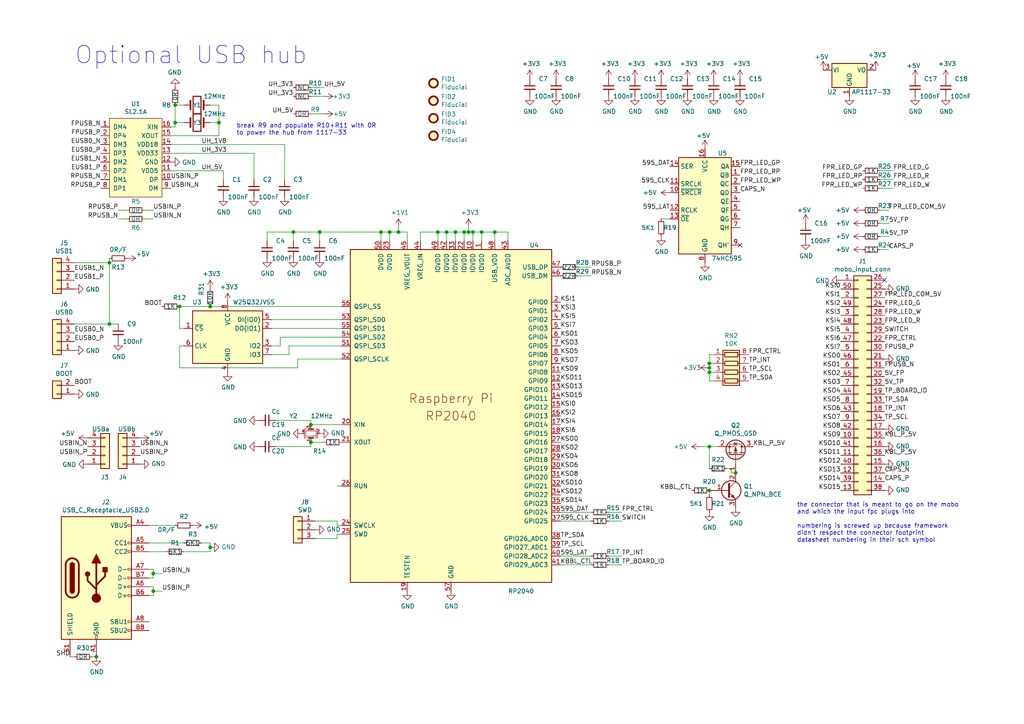
<source format=kicad_sch>
(kicad_sch (version 20211123) (generator eeschema)
  (paper "A4")
  (junction (at 127 67.31))
  (junction (at 60.96 158.75))
  (junction (at 205.74 129.54))
  (junction (at 129.54 67.31))
  (junction (at 205.74 142.24))
  (junction (at 115.57 67.31))
  (junction (at 205.74 105.41))
  (junction (at 139.7 67.31))
  (junction (at 110.49 67.31))
  (junction (at 50.8 35.56))
  (junction (at 90.17 123.19))
  (junction (at 135.89 67.31))
  (junction (at 60.96 88.9))
  (junction (at 31.75 76.2))
  (junction (at 132.08 67.31))
  (junction (at 134.62 67.31))
  (junction (at 85.09 67.31))
  (junction (at 44.45 166.37))
  (junction (at 205.74 107.95))
  (junction (at 27.94 190.5))
  (junction (at 143.51 67.31))
  (junction (at 213.36 137.16))
  (junction (at 44.45 171.45))
  (junction (at 52.07 88.9))
  (junction (at 90.17 128.27))
  (junction (at 137.16 67.31))
  (junction (at 50.8 30.48))
  (junction (at 63.5 35.56))
  (junction (at 92.71 67.31))
  (junction (at 205.74 106.68))
  (junction (at 31.75 93.98))
  (junction (at 113.03 67.31))
  (no_connect (at 256.54 81.28))
  (no_connect (at 214.63 71.12))
  (wire (pts (xy 44.45 63.5) (xy 41.91 63.5)))
  (wire (pts (xy 143.51 67.31) (xy 147.32 67.31)))
  (wire (pts (xy 44.45 172.72) (xy 44.45 171.45)))
  (wire (pts (xy 85.09 69.85) (xy 85.09 67.31)))
  (wire (pts (xy 44.45 170.18) (xy 44.45 171.45)))
  (wire (pts (xy 43.18 157.48) (xy 53.34 157.48)))
  (wire (pts (xy 44.45 167.64) (xy 44.45 166.37)))
  (wire (pts (xy 121.92 69.85) (xy 121.92 67.31)))
  (wire (pts (xy 213.36 137.16) (xy 212.09 137.16)))
  (wire (pts (xy 49.53 39.37) (xy 63.5 39.37)))
  (wire (pts (xy 205.74 129.54) (xy 205.74 135.89)))
  (wire (pts (xy 43.18 160.02) (xy 48.26 160.02)))
  (wire (pts (xy 44.45 166.37) (xy 46.99 166.37)))
  (wire (pts (xy 63.5 35.56) (xy 63.5 30.48)))
  (wire (pts (xy 259.08 49.53) (xy 255.27 49.53)))
  (wire (pts (xy 43.18 170.18) (xy 44.45 170.18)))
  (wire (pts (xy 52.07 106.68) (xy 86.36 106.68)))
  (wire (pts (xy 60.96 35.56) (xy 63.5 35.56)))
  (wire (pts (xy 118.11 67.31) (xy 115.57 67.31)))
  (wire (pts (xy 205.74 105.41) (xy 205.74 106.68)))
  (wire (pts (xy 92.71 67.31) (xy 110.49 67.31)))
  (wire (pts (xy 91.44 151.13) (xy 97.79 151.13)))
  (wire (pts (xy 50.8 35.56) (xy 50.8 30.48)))
  (wire (pts (xy 115.57 67.31) (xy 115.57 66.04)))
  (wire (pts (xy 53.34 160.02) (xy 60.96 160.02)))
  (wire (pts (xy 31.75 93.98) (xy 31.75 76.2)))
  (wire (pts (xy 73.66 44.45) (xy 73.66 52.07)))
  (wire (pts (xy 60.96 88.9) (xy 99.06 88.9)))
  (wire (pts (xy 99.06 100.33) (xy 83.82 100.33)))
  (wire (pts (xy 50.8 36.83) (xy 50.8 35.56)))
  (wire (pts (xy 97.79 151.13) (xy 97.79 152.4)))
  (wire (pts (xy 257.81 72.39) (xy 255.27 72.39)))
  (wire (pts (xy 110.49 67.31) (xy 110.49 69.85)))
  (wire (pts (xy 194.31 63.5) (xy 191.77 63.5)))
  (wire (pts (xy 92.71 69.85) (xy 92.71 67.31)))
  (wire (pts (xy 31.75 93.98) (xy 34.29 93.98)))
  (wire (pts (xy 49.53 41.91) (xy 82.55 41.91)))
  (wire (pts (xy 58.42 157.48) (xy 60.96 157.48)))
  (wire (pts (xy 134.62 69.85) (xy 134.62 67.31)))
  (wire (pts (xy 127 67.31) (xy 129.54 67.31)))
  (wire (pts (xy 255.27 64.77) (xy 257.81 64.77)))
  (wire (pts (xy 90.17 25.4) (xy 93.98 25.4)))
  (wire (pts (xy 90.17 27.94) (xy 93.98 27.94)))
  (wire (pts (xy 81.28 100.33) (xy 81.28 97.79)))
  (wire (pts (xy 52.07 100.33) (xy 52.07 106.68)))
  (wire (pts (xy 129.54 67.31) (xy 132.08 67.31)))
  (wire (pts (xy 205.74 142.24) (xy 205.74 143.51)))
  (wire (pts (xy 86.36 106.68) (xy 86.36 104.14)))
  (wire (pts (xy 83.82 100.33) (xy 83.82 102.87)))
  (wire (pts (xy 86.36 104.14) (xy 99.06 104.14)))
  (wire (pts (xy 255.27 60.96) (xy 257.81 60.96)))
  (wire (pts (xy 207.01 107.95) (xy 205.74 107.95)))
  (wire (pts (xy 212.09 135.89) (xy 212.09 137.16)))
  (wire (pts (xy 205.74 110.49) (xy 207.01 110.49)))
  (wire (pts (xy 205.74 129.54) (xy 203.2 129.54)))
  (wire (pts (xy 162.56 151.13) (xy 171.45 151.13)))
  (wire (pts (xy 132.08 67.31) (xy 134.62 67.31)))
  (wire (pts (xy 41.91 60.96) (xy 44.45 60.96)))
  (wire (pts (xy 53.34 95.25) (xy 52.07 95.25)))
  (wire (pts (xy 93.98 128.27) (xy 90.17 128.27)))
  (wire (pts (xy 78.74 100.33) (xy 81.28 100.33)))
  (wire (pts (xy 205.74 107.95) (xy 205.74 110.49)))
  (wire (pts (xy 90.17 129.54) (xy 90.17 128.27)))
  (wire (pts (xy 113.03 67.31) (xy 110.49 67.31)))
  (wire (pts (xy 127 69.85) (xy 127 67.31)))
  (wire (pts (xy 63.5 39.37) (xy 63.5 35.56)))
  (wire (pts (xy 44.45 171.45) (xy 46.99 171.45)))
  (wire (pts (xy 208.28 129.54) (xy 205.74 129.54)))
  (wire (pts (xy 210.82 135.89) (xy 212.09 135.89)))
  (wire (pts (xy 180.34 161.29) (xy 176.53 161.29)))
  (wire (pts (xy 52.07 95.25) (xy 52.07 88.9)))
  (wire (pts (xy 81.28 97.79) (xy 99.06 97.79)))
  (wire (pts (xy 147.32 67.31) (xy 147.32 69.85)))
  (wire (pts (xy 31.75 76.2) (xy 31.75 74.93)))
  (wire (pts (xy 82.55 41.91) (xy 82.55 52.07)))
  (wire (pts (xy 21.59 76.2) (xy 31.75 76.2)))
  (wire (pts (xy 132.08 69.85) (xy 132.08 67.31)))
  (wire (pts (xy 21.59 93.98) (xy 31.75 93.98)))
  (wire (pts (xy 118.11 69.85) (xy 118.11 67.31)))
  (wire (pts (xy 257.81 68.58) (xy 255.27 68.58)))
  (wire (pts (xy 78.74 92.71) (xy 99.06 92.71)))
  (wire (pts (xy 36.83 60.96) (xy 34.29 60.96)))
  (wire (pts (xy 139.7 67.31) (xy 143.51 67.31)))
  (wire (pts (xy 20.32 190.5) (xy 21.59 190.5)))
  (wire (pts (xy 99.06 140.97) (xy 97.79 140.97)))
  (wire (pts (xy 113.03 69.85) (xy 113.03 67.31)))
  (wire (pts (xy 90.17 123.19) (xy 99.06 123.19)))
  (wire (pts (xy 92.71 67.31) (xy 85.09 67.31)))
  (wire (pts (xy 90.17 121.92) (xy 90.17 123.19)))
  (wire (pts (xy 115.57 67.31) (xy 113.03 67.31)))
  (wire (pts (xy 52.07 88.9) (xy 60.96 88.9)))
  (wire (pts (xy 99.06 154.94) (xy 97.79 154.94)))
  (wire (pts (xy 99.06 95.25) (xy 78.74 95.25)))
  (wire (pts (xy 49.53 44.45) (xy 73.66 44.45)))
  (wire (pts (xy 180.34 151.13) (xy 176.53 151.13)))
  (wire (pts (xy 83.82 102.87) (xy 78.74 102.87)))
  (wire (pts (xy 162.56 161.29) (xy 171.45 161.29)))
  (wire (pts (xy 135.89 67.31) (xy 135.89 66.04)))
  (wire (pts (xy 63.5 30.48) (xy 60.96 30.48)))
  (wire (pts (xy 43.18 172.72) (xy 44.45 172.72)))
  (wire (pts (xy 207.01 105.41) (xy 205.74 105.41)))
  (wire (pts (xy 129.54 69.85) (xy 129.54 67.31)))
  (wire (pts (xy 80.01 129.54) (xy 90.17 129.54)))
  (wire (pts (xy 135.89 67.31) (xy 137.16 67.31)))
  (wire (pts (xy 134.62 67.31) (xy 135.89 67.31)))
  (wire (pts (xy 143.51 69.85) (xy 143.51 67.31)))
  (wire (pts (xy 44.45 165.1) (xy 43.18 165.1)))
  (wire (pts (xy 50.8 152.4) (xy 43.18 152.4)))
  (wire (pts (xy 80.01 121.92) (xy 90.17 121.92)))
  (wire (pts (xy 205.74 102.87) (xy 205.74 105.41)))
  (wire (pts (xy 207.01 102.87) (xy 205.74 102.87)))
  (wire (pts (xy 97.79 152.4) (xy 99.06 152.4)))
  (wire (pts (xy 205.74 106.68) (xy 205.74 107.95)))
  (wire (pts (xy 34.29 63.5) (xy 36.83 63.5)))
  (wire (pts (xy 60.96 160.02) (xy 60.96 158.75)))
  (wire (pts (xy 255.27 52.07) (xy 259.08 52.07)))
  (wire (pts (xy 64.77 49.53) (xy 64.77 52.07)))
  (wire (pts (xy 43.18 167.64) (xy 44.45 167.64)))
  (wire (pts (xy 167.64 80.01) (xy 171.45 80.01)))
  (wire (pts (xy 53.34 35.56) (xy 50.8 35.56)))
  (wire (pts (xy 77.47 67.31) (xy 77.47 69.85)))
  (wire (pts (xy 97.79 156.21) (xy 91.44 156.21)))
  (wire (pts (xy 171.45 148.59) (xy 162.56 148.59)))
  (wire (pts (xy 27.94 190.5) (xy 26.67 190.5)))
  (wire (pts (xy 139.7 69.85) (xy 139.7 67.31)))
  (wire (pts (xy 60.96 157.48) (xy 60.96 158.75)))
  (wire (pts (xy 97.79 154.94) (xy 97.79 156.21)))
  (wire (pts (xy 171.45 77.47) (xy 167.64 77.47)))
  (wire (pts (xy 53.34 100.33) (xy 52.07 100.33)))
  (wire (pts (xy 259.08 54.61) (xy 255.27 54.61)))
  (wire (pts (xy 49.53 49.53) (xy 64.77 49.53)))
  (wire (pts (xy 49.53 36.83) (xy 50.8 36.83)))
  (wire (pts (xy 50.8 30.48) (xy 53.34 30.48)))
  (wire (pts (xy 180.34 148.59) (xy 176.53 148.59)))
  (wire (pts (xy 137.16 69.85) (xy 137.16 67.31)))
  (wire (pts (xy 171.45 163.83) (xy 162.56 163.83)))
  (wire (pts (xy 44.45 166.37) (xy 44.45 165.1)))
  (wire (pts (xy 176.53 163.83) (xy 180.34 163.83)))
  (wire (pts (xy 90.17 33.02) (xy 93.98 33.02)))
  (wire (pts (xy 85.09 67.31) (xy 77.47 67.31)))
  (wire (pts (xy 137.16 67.31) (xy 139.7 67.31)))
  (wire (pts (xy 121.92 67.31) (xy 127 67.31)))
  (text "Optional USB hub" (at 21.59 19.05 0) (effects (font (size 5.0038 5.0038)) (justify left bottom)))
  (text "the connector that is meant to go on the mobo\nand which the input fpc plugs into\n\nnumbering is screwed up because framework\ndidn't respect the connector footprint\ndatasheet numbering in their sch symbol" (at 231.14 157.48 0) (effects (font (size 1.27 1.27)) (justify left bottom)))
  (text "break R9 and populate R10+R11 with 0R\nto power the hub from 1117-33" (at 68.58 39.37 0) (effects (font (size 1.27 1.27)) (justify left bottom)))
  (label "KSI4" (at 162.56 123.19 0))
  (label "KSO8" (at 243.84 124.46 180))
  (label "KSO4" (at 162.56 133.35 0))
  (label "CAPS_N" (at 214.63 55.88 0))
  (label "USBIN_N" (at 46.99 166.37 0))
  (label "TP_INT" (at 180.34 161.29 0))
  (label "KBL_P_5V" (at 256.54 127 0))
  (label "USBIN_N" (at 25.4 129.54 180))
  (label "RPUSB_P" (at 29.21 54.61 180))
  (label "USBIN_P" (at 25.4 132.08 180))
  (label "KSI2" (at 162.56 120.65 0))
  (label "KSO11" (at 162.56 110.49 0))
  (label "KSI7" (at 162.56 95.25 0))
  (label "USBIN_P" (at 44.45 60.96 0))
  (label "595_CLK" (at 162.56 151.13 0))
  (label "TP_SDA" (at 217.17 110.49 0))
  (label "CAPS_P" (at 257.81 72.39 0))
  (label "KSO12" (at 162.56 143.51 0))
  (label "FPUSB_P" (at 256.54 101.6 0))
  (label "TP_BOARD_ID" (at 256.54 114.3 0))
  (label "UH_5V" (at 85.09 33.02 180))
  (label "RPUSB_N" (at 34.29 63.5 180))
  (label "TP_INT" (at 217.17 105.41 0))
  (label "FPR_LED_WP" (at 250.19 54.61 180))
  (label "FPR_LED_G" (at 259.08 49.53 0))
  (label "KSO7" (at 243.84 121.92 180))
  (label "KSO8" (at 162.56 138.43 0))
  (label "UH_3V3" (at 58.42 44.45 0))
  (label "KSO5" (at 243.84 116.84 180))
  (label "KSI4" (at 243.84 93.98 180))
  (label "KSI0" (at 243.84 83.82 180))
  (label "KBBL_CTL" (at 162.56 163.83 0))
  (label "KSO15" (at 243.84 142.24 180))
  (label "EUSB1_P" (at 29.21 49.53 180))
  (label "KSI0" (at 162.56 118.11 0))
  (label "BOOT" (at 21.59 111.76 0))
  (label "595_LAT" (at 162.56 161.29 0))
  (label "FPR_LED_COM_5V" (at 256.54 86.36 0))
  (label "UH_5V" (at 93.98 25.4 0))
  (label "5V_TP" (at 257.81 68.58 0))
  (label "UH_3V3" (at 85.09 25.4 180))
  (label "UH_3V3" (at 85.09 27.94 180))
  (label "FPUSB_N" (at 29.21 36.83 180))
  (label "KSO14" (at 162.56 146.05 0))
  (label "595_CLK" (at 194.31 53.34 180))
  (label "KSO1" (at 162.56 97.79 0))
  (label "FPR_LED_RP" (at 250.19 52.07 180))
  (label "KSI7" (at 243.84 101.6 180))
  (label "SWITCH" (at 256.54 96.52 0))
  (label "KBL_P_5V" (at 256.54 132.08 0))
  (label "KSI5" (at 162.56 92.71 0))
  (label "RPUSB_N" (at 171.45 80.01 0))
  (label "KSO12" (at 243.84 134.62 180))
  (label "TP_SDA" (at 256.54 116.84 0))
  (label "KSO6" (at 243.84 119.38 180))
  (label "5V_FP" (at 257.81 64.77 0))
  (label "FPR_LED_WP" (at 214.63 53.34 0))
  (label "TP_SCL" (at 162.56 158.75 0))
  (label "UH_5V" (at 58.42 49.53 0))
  (label "BOOT" (at 46.99 88.9 180))
  (label "USBIN_P" (at 40.64 132.08 0))
  (label "FPR_LED_R" (at 256.54 93.98 0))
  (label "5V_TP" (at 256.54 111.76 0))
  (label "EUSB0_P" (at 21.59 99.06 0))
  (label "KSO5" (at 162.56 102.87 0))
  (label "FPR_LED_G" (at 256.54 88.9 0))
  (label "KSO3" (at 162.56 100.33 0))
  (label "KSO15" (at 162.56 115.57 0))
  (label "EUSB0_P" (at 29.21 44.45 180))
  (label "595_DAT" (at 162.56 148.59 0))
  (label "KSO11" (at 243.84 132.08 180))
  (label "KSO6" (at 162.56 135.89 0))
  (label "KSI6" (at 243.84 99.06 180))
  (label "KSO2" (at 162.56 130.81 0))
  (label "CAPS_N" (at 256.54 137.16 0))
  (label "SWITCH" (at 180.34 151.13 0))
  (label "KSO9" (at 243.84 127 180))
  (label "FPR_LED_R" (at 259.08 52.07 0))
  (label "EUSB0_N" (at 21.59 96.52 0))
  (label "FPR_LED_W" (at 259.08 54.61 0))
  (label "KBBL_CTL" (at 200.66 142.24 180))
  (label "595_LAT" (at 194.31 60.96 180))
  (label "FPR_CTRL" (at 217.17 102.87 0))
  (label "FPR_LED_GP" (at 214.63 48.26 0))
  (label "KSI3" (at 162.56 90.17 0))
  (label "FPUSB_P" (at 29.21 39.37 180))
  (label "FPR_LED_W" (at 256.54 91.44 0))
  (label "EUSB1_N" (at 29.21 46.99 180))
  (label "TP_SCL" (at 256.54 121.92 0))
  (label "USBIN_P" (at 49.53 52.07 0))
  (label "EUSB1_P" (at 21.59 81.28 0))
  (label "FPUSB_N" (at 256.54 106.68 0))
  (label "KSO0" (at 162.56 128.27 0))
  (label "KSO1" (at 243.84 106.68 180))
  (label "FPR_LED_COM_5V" (at 257.81 60.96 0))
  (label "5V_FP" (at 256.54 109.22 0))
  (label "CAPS_P" (at 256.54 139.7 0))
  (label "FPR_LED_GP" (at 250.19 49.53 180))
  (label "USBIN_P" (at 46.99 171.45 0))
  (label "RPUSB_P" (at 34.29 60.96 180))
  (label "KSI1" (at 162.56 87.63 0))
  (label "595_DAT" (at 194.31 48.26 180))
  (label "USBIN_N" (at 49.53 54.61 0))
  (label "TP_SCL" (at 217.17 107.95 0))
  (label "SHD" (at 20.32 190.5 180))
  (label "KSO3" (at 243.84 111.76 180))
  (label "KSO14" (at 243.84 139.7 180))
  (label "KSI2" (at 243.84 88.9 180))
  (label "KSO2" (at 243.84 109.22 180))
  (label "KSI5" (at 243.84 96.52 180))
  (label "RPUSB_P" (at 171.45 77.47 0))
  (label "UH_1V8" (at 58.42 41.91 0))
  (label "KSI3" (at 243.84 91.44 180))
  (label "KSO13" (at 162.56 113.03 0))
  (label "KSO0" (at 243.84 104.14 180))
  (label "FPR_CTRL" (at 256.54 99.06 0))
  (label "USBIN_N" (at 40.64 129.54 0))
  (label "USBIN_N" (at 44.45 63.5 0))
  (label "TP_BOARD_ID" (at 180.34 163.83 0))
  (label "KSI1" (at 243.84 86.36 180))
  (label "TP_SDA" (at 162.56 156.21 0))
  (label "KSO10" (at 162.56 140.97 0))
  (label "EUSB1_N" (at 21.59 78.74 0))
  (label "KSO10" (at 243.84 129.54 180))
  (label "KSO4" (at 243.84 114.3 180))
  (label "FPR_LED_RP" (at 214.63 50.8 0))
  (label "KSI6" (at 162.56 125.73 0))
  (label "RPUSB_N" (at 29.21 52.07 180))
  (label "TP_INT" (at 256.54 119.38 0))
  (label "FPR_CTRL" (at 180.34 148.59 0))
  (label "EUSB0_N" (at 29.21 41.91 180))
  (label "KBL_P_5V" (at 218.44 129.54 0))
  (label "KSO13" (at 243.84 137.16 180))
  (label "KSO9" (at 162.56 107.95 0))
  (label "KSO7" (at 162.56 105.41 0))
  (symbol (lib_id "power:GND") (at 243.84 81.28 270) (unit 1)
    (property "Reference" "#PWR0101" (effects hide))
    (property "Value" "GND" (at 240.5888 81.407 90) (effects (justify right)))
  )
  (symbol (lib_id "power:GND") (at 256.54 142.24 90) (unit 1)
    (property "Reference" "#PWR0102" (effects hide))
    (property "Value" "GND" (at 259.7912 142.113 90) (effects (justify right)))
  )
  (symbol (lib_id "power:GND") (at 256.54 134.62 90) (unit 1)
    (property "Reference" "#PWR0103" (effects hide))
    (property "Value" "GND" (at 259.7912 134.493 90) (effects (justify right)))
  )
  (symbol (lib_id "power:GND") (at 256.54 129.54 90) (unit 1)
    (property "Reference" "#PWR0104" (effects hide))
    (property "Value" "GND" (at 259.7912 129.413 90) (effects (justify right)))
  )
  (symbol (lib_id "power:GND") (at 256.54 124.46 90) (unit 1)
    (property "Reference" "#PWR0105" (effects hide))
    (property "Value" "GND" (at 259.7912 124.333 90) (effects (justify right)))
  )
  (symbol (lib_id "power:GND") (at 256.54 104.14 90) (unit 1)
    (property "Reference" "#PWR0106" (effects hide))
    (property "Value" "GND" (at 259.7912 104.013 90) (effects (justify right)))
  )
  (symbol (lib_id "power:GND") (at 256.54 83.82 90) (unit 1)
    (property "Reference" "#PWR0107" (effects hide))
    (property "Value" "GND" (at 259.7912 83.693 90) (effects (justify right)))
  )
  (symbol (lib_id "Device:R_Small") (at 252.73 64.77 90) (unit 1)
    (property "Reference" "R7" (at 256.54 63.5 90))
    (property "Value" "0R" (at 252.73 64.77 90))
    (property "Footprint" "Resistor_SMD:R_0603_1608Metric" (effects hide))
  )
  (symbol (lib_id "Device:R_Small") (at 252.73 68.58 270) (mirror x) (unit 1)
    (property "Reference" "R4" (at 256.54 67.31 90))
    (property "Value" "0R" (at 252.73 68.58 90))
    (property "Footprint" "Resistor_SMD:R_0603_1608Metric" (effects hide))
  )
  (symbol (lib_id "sl21a:SL2.1A") (at 39.37 41.91 0) (unit 1)
    (property "Reference" "U1" (at 39.37 30.099 0))
    (property "Value" "SL2.1A" (at 39.37 32.4104 0))
    (property "Footprint" "Package_SO:SO-16_3.9x9.9mm_P1.27mm" (effects hide))
  )
  (symbol (lib_id "Device:C_Small") (at 64.77 54.61 0) (unit 1)
    (property "Reference" "C1" (at 67.31 52.07 0) (effects (justify left)))
    (property "Value" "100nF" (at 66.04 57.15 0) (effects (justify left)))
    (property "Footprint" "Capacitor_SMD:C_0603_1608Metric" (effects hide))
  )
  (symbol (lib_id "Regulator_Linear:AP1117-33") (at 246.38 20.32 0) (unit 1)
    (property "Reference" "U2" (at 241.3 26.67 0))
    (property "Value" "AP1117-33" (at 252.73 26.67 0))
    (property "Footprint" "Package_TO_SOT_SMD:SOT-223-3_TabPin2" (effects hide))
    (property "Datasheet" "http://www.diodes.com/datasheets/AP1117.pdf" (effects hide))
  )
  (symbol (lib_id "power:GND") (at 246.38 27.94 0) (unit 1)
    (property "Reference" "#PWR017" (effects hide))
    (property "Value" "GND" (at 246.507 32.3342 0))
  )
  (symbol (lib_id "power:+3V3") (at 254 20.32 0) (unit 1)
    (property "Reference" "#PWR018" (effects hide))
    (property "Value" "+3V3" (at 254.381 15.9258 0))
  )
  (symbol (lib_id "Connector:USB_C_Receptacle_USB2.0") (at 27.94 167.64 0) (unit 1)
    (property "Reference" "J2" (at 30.6578 145.6182 0))
    (property "Value" "USB_C_Receptacle_USB2.0" (at 30.6578 147.9296 0))
    (property "Footprint" "Connector_USB:USB_C_Receptacle_HRO_TYPE-C-31-M-12" (effects hide))
    (property "Datasheet" "https://www.usb.org/sites/default/files/documents/usb_type-c.zip" (effects hide))
  )
  (symbol (lib_id "Device:C_Small") (at 73.66 54.61 0) (unit 1)
    (property "Reference" "C2" (at 76.2 52.07 0) (effects (justify left)))
    (property "Value" "100nF" (at 74.93 57.15 0) (effects (justify left)))
    (property "Footprint" "Capacitor_SMD:C_0603_1608Metric" (effects hide))
  )
  (symbol (lib_id "power:GND") (at 64.77 57.15 0) (unit 1)
    (property "Reference" "#PWR010" (effects hide))
    (property "Value" "GND" (at 64.897 61.5442 0))
  )
  (symbol (lib_id "power:GND") (at 73.66 57.15 0) (unit 1)
    (property "Reference" "#PWR011" (effects hide))
    (property "Value" "GND" (at 73.787 61.5442 0))
  )
  (symbol (lib_id "Mechanical:Fiducial") (at 125.73 24.13 0) (unit 1)
    (property "Reference" "FID1" (at 127.889 22.9616 0) (effects (justify left)))
    (property "Value" "Fiducial" (at 127.889 25.273 0) (effects (justify left)))
    (property "Footprint" "Fiducial:Fiducial_1mm_Mask2mm" (effects hide))
  )
  (symbol (lib_id "Device:R_Small") (at 55.88 157.48 270) (unit 1)
    (property "Reference" "R3" (at 55.88 154.94 90))
    (property "Value" "5K1" (at 55.88 157.48 90))
    (property "Footprint" "Resistor_SMD:R_0603_1608Metric" (effects hide))
  )
  (symbol (lib_id "Device:C_Small") (at 82.55 54.61 0) (unit 1)
    (property "Reference" "C3" (at 85.09 52.07 0) (effects (justify left)))
    (property "Value" "100nF" (at 83.82 57.15 0) (effects (justify left)))
    (property "Footprint" "Capacitor_SMD:C_0603_1608Metric" (effects hide))
  )
  (symbol (lib_id "power:GND") (at 82.55 57.15 0) (unit 1)
    (property "Reference" "#PWR012" (effects hide))
    (property "Value" "GND" (at 82.677 61.5442 0))
  )
  (symbol (lib_id "Mechanical:Fiducial") (at 125.73 29.21 0) (unit 1)
    (property "Reference" "FID2" (at 127.889 28.0416 0) (effects (justify left)))
    (property "Value" "Fiducial" (at 127.889 30.353 0) (effects (justify left)))
    (property "Footprint" "Fiducial:Fiducial_1mm_Mask2mm" (effects hide))
  )
  (symbol (lib_id "Mechanical:Fiducial") (at 125.73 34.29 0) (unit 1)
    (property "Reference" "FID3" (at 127.889 33.1216 0) (effects (justify left)))
    (property "Value" "Fiducial" (at 127.889 35.433 0) (effects (justify left)))
    (property "Footprint" "Fiducial:Fiducial_1mm_Mask2mm" (effects hide))
  )
  (symbol (lib_id "Mechanical:Fiducial") (at 125.73 39.37 0) (unit 1)
    (property "Reference" "FID4" (at 127.889 38.2016 0) (effects (justify left)))
    (property "Value" "Fiducial" (at 127.889 40.513 0) (effects (justify left)))
    (property "Footprint" "Fiducial:Fiducial_1mm_Mask2mm" (effects hide))
  )
  (symbol (lib_id "power:GND") (at 49.53 46.99 90) (mirror x) (unit 1)
    (property "Reference" "#PWR08" (effects hide))
    (property "Value" "GND" (at 52.7812 47.117 90) (effects (justify right)))
  )
  (symbol (lib_id "Connector_Generic:Conn_01x04") (at 30.48 132.08 0) (mirror x) (unit 1)
    (property "Reference" "J3" (at 29.21 138.43 0) (effects (justify left)))
    (property "Value" "USBa" (at 26.67 124.46 0) (effects (justify left)))
    (property "Footprint" "Connector_PinHeader_2.54mm:PinHeader_1x04_P2.54mm_Vertical" (effects hide))
  )
  (symbol (lib_id "Connector_Generic:Conn_01x04") (at 35.56 132.08 180) (unit 1)
    (property "Reference" "J4" (at 36.83 138.43 0) (effects (justify left)))
    (property "Value" "USBb" (at 39.37 124.46 0) (effects (justify left)))
    (property "Footprint" "Connector_PinHeader_2.54mm:PinHeader_1x04_P2.54mm_Vertical" (effects hide))
  )
  (symbol (lib_id "power:GND") (at 25.4 134.62 270) (unit 1)
    (property "Reference" "#PWR05" (effects hide))
    (property "Value" "GND" (at 22.1488 134.747 90) (effects (justify right)))
  )
  (symbol (lib_id "power:GND") (at 40.64 134.62 90) (unit 1)
    (property "Reference" "#PWR06" (effects hide))
    (property "Value" "GND" (at 43.8912 134.493 90) (effects (justify right)))
  )
  (symbol (lib_id "Device:R_Small") (at 53.34 152.4 270) (unit 1)
    (property "Reference" "R2" (at 53.34 149.86 90))
    (property "Value" "0R/F" (at 48.26 153.67 90))
    (property "Footprint" "Resistor_SMD:R_0805_2012Metric" (effects hide))
  )
  (symbol (lib_id "Device:R_Small") (at 50.8 160.02 270) (unit 1)
    (property "Reference" "R1" (at 50.8 157.48 90))
    (property "Value" "5K1" (at 50.8 160.02 90))
    (property "Footprint" "Resistor_SMD:R_0603_1608Metric" (effects hide))
  )
  (symbol (lib_id "Device:Crystal") (at 57.15 30.48 0) (unit 1)
    (property "Reference" "Y1" (at 57.15 30.48 0))
    (property "Value" "12MHz" (at 62.23 27.94 0))
    (property "Footprint" "Crystal:Crystal_HC49-U_Vertical" (effects hide))
  )
  (symbol (lib_id "Device:R_Small") (at 50.8 27.94 180) (unit 1)
    (property "Reference" "R8" (at 48.26 30.48 0))
    (property "Value" "0R" (at 50.8 27.94 90))
    (property "Footprint" "Resistor_SMD:R_0603_1608Metric" (effects hide))
  )
  (symbol (lib_id "power:GND") (at 60.96 158.75 90) (unit 1)
    (property "Reference" "#PWR03" (effects hide))
    (property "Value" "GND" (at 64.2112 158.623 90) (effects (justify right)))
  )
  (symbol (lib_id "power:GND") (at 50.8 25.4 180) (unit 1)
    (property "Reference" "#PWR09" (effects hide))
    (property "Value" "GND" (at 50.673 21.0058 0))
  )
  (symbol (lib_id "power:+5V") (at 238.76 20.32 0) (unit 1)
    (property "Reference" "#PWR015" (effects hide))
    (property "Value" "+5V" (at 236.22 16.51 0) (effects (justify left)))
  )
  (symbol (lib_id "power:GND") (at 27.94 190.5 0) (unit 1)
    (property "Reference" "#PWR01" (effects hide))
    (property "Value" "GND" (at 28.067 194.8942 0))
  )
  (symbol (lib_id "power:+5V") (at 55.88 152.4 270) (unit 1)
    (property "Reference" "#PWR02" (effects hide))
    (property "Value" "+5V" (at 59.1312 152.781 90) (effects (justify left)))
  )
  (symbol (lib_id "power:+5V") (at 25.4 127 90) (unit 1)
    (property "Reference" "#PWR04" (effects hide))
    (property "Value" "+5V" (at 21.59 125.73 90) (effects (justify left)))
  )
  (symbol (lib_id "power:+5V") (at 40.64 127 270) (unit 1)
    (property "Reference" "#PWR07" (effects hide))
    (property "Value" "+5V" (at 43.18 125.73 90) (effects (justify left)))
  )
  (symbol (lib_id "Device:R_Small") (at 39.37 60.96 90) (mirror x) (unit 1)
    (property "Reference" "R5" (at 39.37 58.42 90))
    (property "Value" "0R" (at 39.37 60.96 90))
    (property "Footprint" "Resistor_SMD:R_0603_1608Metric" (effects hide))
  )
  (symbol (lib_id "Device:R_Small") (at 39.37 63.5 90) (mirror x) (unit 1)
    (property "Reference" "R6" (at 39.37 66.04 90))
    (property "Value" "0R" (at 39.37 63.5 90))
    (property "Footprint" "Resistor_SMD:R_0603_1608Metric" (effects hide))
  )
  (symbol (lib_id "Device:R_Small") (at 60.96 86.36 180) (unit 1)
    (property "Reference" "R31" (at 58.42 83.82 90))
    (property "Value" "10K" (at 60.96 86.36 90))
    (property "Footprint" "Resistor_SMD:R_0603_1608Metric" (effects hide))
  )
  (symbol (lib_id "power:+3V3") (at 60.96 83.82 0) (unit 1)
    (property "Reference" "#PWR0126" (effects hide))
    (property "Value" "+3V3" (at 61.341 79.4258 0))
  )
  (symbol (lib_id "Device:R_Small") (at 87.63 25.4 270) (unit 1)
    (property "Reference" "R10" (at 91.44 24.13 90))
    (property "Value" "NC" (at 87.63 25.4 90))
    (property "Footprint" "Resistor_SMD:R_0603_1608Metric" (effects hide))
  )
  (symbol (lib_id "Device:R_Small") (at 87.63 33.02 270) (unit 1)
    (property "Reference" "R9" (at 91.44 31.75 90))
    (property "Value" "0R" (at 87.63 33.02 90))
    (property "Footprint" "Resistor_SMD:R_0603_1608Metric" (effects hide))
  )
  (symbol (lib_id "power:+5V") (at 93.98 33.02 270) (unit 1)
    (property "Reference" "#PWR013" (effects hide))
    (property "Value" "+5V" (at 96.52 33.02 90) (effects (justify left)))
  )
  (symbol (lib_id "Device:R_Small") (at 87.63 27.94 270) (unit 1)
    (property "Reference" "R11" (at 91.44 26.67 90))
    (property "Value" "NC" (at 87.63 27.94 90))
    (property "Footprint" "Resistor_SMD:R_0603_1608Metric" (effects hide))
  )
  (symbol (lib_id "power:+3V3") (at 93.98 27.94 270) (unit 1)
    (property "Reference" "#PWR014" (effects hide))
    (property "Value" "+3V3" (at 99.06 27.94 90))
  )
  (symbol (lib_id "frmw_conn:mobo_input_conn") (at 248.92 111.76 0) (unit 1)
    (property "Reference" "J1" (at 250.19 75.7682 0))
    (property "Value" "mobo_input_conn" (at 250.19 78.0796 0))
    (property "Footprint" "framework_input_brkt:Amphenol_10156000" (effects hide))
  )
  (symbol (lib_id "Device:R_Small") (at 252.73 72.39 90) (unit 1)
    (property "Reference" "R24" (at 256.54 71.12 90))
    (property "Value" "1K" (at 252.73 72.39 90))
    (property "Footprint" "Resistor_SMD:R_0603_1608Metric" (effects hide))
  )
  (symbol (lib_id "power:+5V") (at 250.19 72.39 90) (mirror x) (unit 1)
    (property "Reference" "#PWR0108" (effects hide))
    (property "Value" "+5V" (at 246.38 72.39 90) (effects (justify left)))
  )
  (symbol (lib_id "Device:Q_PMOS_GSD") (at 213.36 132.08 270) (mirror x) (unit 1)
    (property "Reference" "Q2" (at 213.36 123.3932 90))
    (property "Value" "Q_PMOS_GSD" (at 213.36 125.7046 90))
    (property "Footprint" "Package_TO_SOT_SMD:SOT-23" (effects hide))
  )
  (symbol (lib_id "Device:Q_NPN_BCE") (at 210.82 142.24 0) (unit 1)
    (property "Reference" "Q1" (at 215.6714 141.0716 0) (effects (justify left)))
    (property "Value" "Q_NPN_BCE" (at 215.6714 143.383 0) (effects (justify left)))
    (property "Footprint" "Package_TO_SOT_SMD:SOT-23" (effects hide))
  )
  (symbol (lib_id "Device:R_Small") (at 203.2 142.24 90) (unit 1)
    (property "Reference" "R20" (at 205.74 139.7 90))
    (property "Value" "1K" (at 203.2 142.24 90))
    (property "Footprint" "Resistor_SMD:R_0603_1608Metric" (effects hide))
  )
  (symbol (lib_id "power:GND") (at 213.36 147.32 0) (unit 1)
    (property "Reference" "#PWR0109" (effects hide))
    (property "Value" "GND" (at 213.487 151.7142 0))
  )
  (symbol (lib_id "power:+5V") (at 203.2 129.54 90) (unit 1)
    (property "Reference" "#PWR0110" (effects hide))
    (property "Value" "+5V" (at 199.39 129.54 90) (effects (justify left)))
  )
  (symbol (lib_id "power:+5V") (at 250.19 60.96 90) (mirror x) (unit 1)
    (property "Reference" "#PWR0111" (effects hide))
    (property "Value" "+5V" (at 246.38 60.96 90) (effects (justify left)))
  )
  (symbol (lib_id "power:+5V") (at 250.19 68.58 90) (mirror x) (unit 1)
    (property "Reference" "#PWR0112" (effects hide))
    (property "Value" "+5V" (at 246.38 68.58 90) (effects (justify left)))
  )
  (symbol (lib_id "power:+5V") (at 250.19 64.77 90) (mirror x) (unit 1)
    (property "Reference" "#PWR0113" (effects hide))
    (property "Value" "+5V" (at 246.38 64.77 90) (effects (justify left)))
  )
  (symbol (lib_id "Device:C_Small") (at 265.43 25.4 0) (unit 1)
    (property "Reference" "C17" (at 267.97 22.86 0) (effects (justify left)))
    (property "Value" "100nF" (at 266.7 27.94 0) (effects (justify left)))
    (property "Footprint" "Capacitor_SMD:C_0603_1608Metric" (effects hide))
  )
  (symbol (lib_id "power:GND") (at 265.43 27.94 0) (unit 1)
    (property "Reference" "#PWR0114" (effects hide))
    (property "Value" "GND" (at 265.557 32.3342 0))
  )
  (symbol (lib_id "Device:C_Small") (at 274.32 25.4 0) (unit 1)
    (property "Reference" "C18" (at 276.86 22.86 0) (effects (justify left)))
    (property "Value" "100nF" (at 275.59 27.94 0) (effects (justify left)))
    (property "Footprint" "Capacitor_SMD:C_0603_1608Metric" (effects hide))
  )
  (symbol (lib_id "power:GND") (at 274.32 27.94 0) (unit 1)
    (property "Reference" "#PWR0115" (effects hide))
    (property "Value" "GND" (at 274.447 32.3342 0))
  )
  (symbol (lib_id "power:+3V3") (at 274.32 22.86 0) (unit 1)
    (property "Reference" "#PWR0116" (effects hide))
    (property "Value" "+3V3" (at 274.701 18.4658 0))
  )
  (symbol (lib_id "power:+5V") (at 265.43 22.86 0) (unit 1)
    (property "Reference" "#PWR0117" (effects hide))
    (property "Value" "+5V" (at 262.89 19.05 0) (effects (justify left)))
  )
  (symbol (lib_id "Device:R_Small") (at 252.73 60.96 90) (unit 1)
    (property "Reference" "R23" (at 256.54 59.69 90))
    (property "Value" "0R" (at 252.73 60.96 90))
    (property "Footprint" "Resistor_SMD:R_0603_1608Metric" (effects hide))
  )
  (symbol (lib_id "Device:R_Small") (at 208.28 135.89 270) (unit 1)
    (property "Reference" "R22" (at 208.28 133.35 90))
    (property "Value" "5K1" (at 208.28 135.89 90))
    (property "Footprint" "Resistor_SMD:R_0603_1608Metric" (effects hide))
  )
  (symbol (lib_id "Device:R_Small") (at 205.74 146.05 180) (unit 1)
    (property "Reference" "R21" (at 208.28 146.05 0))
    (property "Value" "5K1" (at 201.93 146.05 0))
    (property "Footprint" "Resistor_SMD:R_0603_1608Metric" (effects hide))
  )
  (symbol (lib_id "power:GND") (at 205.74 148.59 0) (unit 1)
    (property "Reference" "#PWR0118" (effects hide))
    (property "Value" "GND" (at 205.867 152.9842 0))
  )
  (symbol (lib_id "MCU_RaspberryPi_RP2040:RP2040") (at 130.81 120.65 0) (unit 1)
    (property "Reference" "U4" (at 154.94 71.12 0))
    (property "Value" "RP2040" (at 151.13 171.45 0))
    (property "Footprint" "framework_input_brkt:RP2040-QFN-56" (effects hide))
  )
  (symbol (lib_id "power:GND") (at 130.81 171.45 0) (unit 1)
    (property "Reference" "#PWR0119" (effects hide))
    (property "Value" "GND" (at 130.937 175.8442 0))
  )
  (symbol (lib_id "Device:C_Small") (at 233.68 67.31 0) (unit 1)
    (property "Reference" "C16" (at 236.22 64.77 0) (effects (justify left)))
    (property "Value" "100nF" (at 234.95 69.85 0) (effects (justify left)))
    (property "Footprint" "Capacitor_SMD:C_0603_1608Metric" (effects hide))
  )
  (symbol (lib_id "power:GND") (at 233.68 69.85 0) (unit 1)
    (property "Reference" "#PWR0120" (effects hide))
    (property "Value" "GND" (at 233.807 74.2442 0))
  )
  (symbol (lib_id "power:+5V") (at 233.68 64.77 0) (unit 1)
    (property "Reference" "#PWR0121" (effects hide))
    (property "Value" "+5V" (at 231.14 60.96 0) (effects (justify left)))
  )
  (symbol (lib_id "power:+1V1") (at 115.57 66.04 0) (unit 1)
    (property "Reference" "#PWR0122" (effects hide))
    (property "Value" "+1V1" (at 115.951 61.6458 0))
  )
  (symbol (lib_id "Device:C_Small") (at 161.29 25.4 0) (unit 1)
    (property "Reference" "C8" (at 163.83 22.86 0) (effects (justify left)))
    (property "Value" "100nF" (at 162.56 27.94 0) (effects (justify left)))
    (property "Footprint" "Capacitor_SMD:C_0603_1608Metric" (effects hide))
  )
  (symbol (lib_id "power:GND") (at 161.29 27.94 0) (unit 1)
    (property "Reference" "#PWR0123" (effects hide))
    (property "Value" "GND" (at 161.417 32.3342 0))
  )
  (symbol (lib_id "power:+3V3") (at 161.29 22.86 0) (unit 1)
    (property "Reference" "#PWR0124" (effects hide))
    (property "Value" "+3V3" (at 161.671 18.4658 0))
  )
  (symbol (lib_id "Device:C_Small") (at 34.29 96.52 0) (unit 1)
    (property "Reference" "C9" (at 36.83 93.98 0) (effects (justify left)))
    (property "Value" "100nF" (at 35.56 99.06 0) (effects (justify left)))
    (property "Footprint" "Capacitor_SMD:C_0603_1608Metric" (effects hide))
  )
  (symbol (lib_id "power:GND") (at 34.29 99.06 0) (unit 1)
    (property "Reference" "#PWR0125" (effects hide))
    (property "Value" "GND" (at 34.417 103.4542 0))
  )
  (symbol (lib_id "Device:C_Small") (at 176.53 25.4 0) (unit 1)
    (property "Reference" "C10" (at 179.07 22.86 0) (effects (justify left)))
    (property "Value" "100nF" (at 177.8 27.94 0) (effects (justify left)))
    (property "Footprint" "Capacitor_SMD:C_0603_1608Metric" (effects hide))
  )
  (symbol (lib_id "power:GND") (at 176.53 27.94 0) (unit 1)
    (property "Reference" "#PWR0127" (effects hide))
    (property "Value" "GND" (at 176.657 32.3342 0))
  )
  (symbol (lib_id "power:+3V3") (at 176.53 22.86 0) (unit 1)
    (property "Reference" "#PWR0128" (effects hide))
    (property "Value" "+3V3" (at 176.911 18.4658 0))
  )
  (symbol (lib_id "Device:C_Small") (at 184.15 25.4 0) (unit 1)
    (property "Reference" "C11" (at 186.69 22.86 0) (effects (justify left)))
    (property "Value" "100nF" (at 185.42 27.94 0) (effects (justify left)))
    (property "Footprint" "Capacitor_SMD:C_0603_1608Metric" (effects hide))
  )
  (symbol (lib_id "power:GND") (at 184.15 27.94 0) (unit 1)
    (property "Reference" "#PWR0129" (effects hide))
    (property "Value" "GND" (at 184.277 32.3342 0))
  )
  (symbol (lib_id "power:+3V3") (at 184.15 22.86 0) (unit 1)
    (property "Reference" "#PWR0130" (effects hide))
    (property "Value" "+3V3" (at 184.531 18.4658 0))
  )
  (symbol (lib_id "Device:C_Small") (at 191.77 25.4 0) (unit 1)
    (property "Reference" "C12" (at 194.31 22.86 0) (effects (justify left)))
    (property "Value" "100nF" (at 193.04 27.94 0) (effects (justify left)))
    (property "Footprint" "Capacitor_SMD:C_0603_1608Metric" (effects hide))
  )
  (symbol (lib_id "power:GND") (at 191.77 27.94 0) (unit 1)
    (property "Reference" "#PWR0131" (effects hide))
    (property "Value" "GND" (at 191.897 32.3342 0))
  )
  (symbol (lib_id "power:+3V3") (at 191.77 22.86 0) (unit 1)
    (property "Reference" "#PWR0132" (effects hide))
    (property "Value" "+3V3" (at 192.151 18.4658 0))
  )
  (symbol (lib_id "Device:C_Small") (at 199.39 25.4 0) (unit 1)
    (property "Reference" "C13" (at 201.93 22.86 0) (effects (justify left)))
    (property "Value" "100nF" (at 200.66 27.94 0) (effects (justify left)))
    (property "Footprint" "Capacitor_SMD:C_0603_1608Metric" (effects hide))
  )
  (symbol (lib_id "power:GND") (at 199.39 27.94 0) (unit 1)
    (property "Reference" "#PWR0133" (effects hide))
    (property "Value" "GND" (at 199.517 32.3342 0))
  )
  (symbol (lib_id "power:+3V3") (at 199.39 22.86 0) (unit 1)
    (property "Reference" "#PWR0134" (effects hide))
    (property "Value" "+3V3" (at 199.771 18.4658 0))
  )
  (symbol (lib_id "Device:C_Small") (at 207.01 25.4 0) (unit 1)
    (property "Reference" "C14" (at 209.55 22.86 0) (effects (justify left)))
    (property "Value" "100nF" (at 208.28 27.94 0) (effects (justify left)))
    (property "Footprint" "Capacitor_SMD:C_0603_1608Metric" (effects hide))
  )
  (symbol (lib_id "power:GND") (at 207.01 27.94 0) (unit 1)
    (property "Reference" "#PWR0135" (effects hide))
    (property "Value" "GND" (at 207.137 32.3342 0))
  )
  (symbol (lib_id "power:+3V3") (at 207.01 22.86 0) (unit 1)
    (property "Reference" "#PWR0136" (effects hide))
    (property "Value" "+3V3" (at 207.391 18.4658 0))
  )
  (symbol (lib_id "Device:C_Small") (at 214.63 25.4 0) (unit 1)
    (property "Reference" "C15" (at 217.17 22.86 0) (effects (justify left)))
    (property "Value" "100nF" (at 215.9 27.94 0) (effects (justify left)))
    (property "Footprint" "Capacitor_SMD:C_0603_1608Metric" (effects hide))
  )
  (symbol (lib_id "power:GND") (at 214.63 27.94 0) (unit 1)
    (property "Reference" "#PWR0137" (effects hide))
    (property "Value" "GND" (at 214.757 32.3342 0))
  )
  (symbol (lib_id "power:+3V3") (at 214.63 22.86 0) (unit 1)
    (property "Reference" "#PWR0138" (effects hide))
    (property "Value" "+3V3" (at 215.011 18.4658 0))
  )
  (symbol (lib_id "Device:C_Small") (at 153.67 25.4 0) (unit 1)
    (property "Reference" "C7" (at 156.21 22.86 0) (effects (justify left)))
    (property "Value" "100nF" (at 154.94 27.94 0) (effects (justify left)))
    (property "Footprint" "Capacitor_SMD:C_0603_1608Metric" (effects hide))
  )
  (symbol (lib_id "power:GND") (at 153.67 27.94 0) (unit 1)
    (property "Reference" "#PWR0139" (effects hide))
    (property "Value" "GND" (at 153.797 32.3342 0))
  )
  (symbol (lib_id "power:+3V3") (at 153.67 22.86 0) (unit 1)
    (property "Reference" "#PWR0140" (effects hide))
    (property "Value" "+3V3" (at 154.051 18.4658 0))
  )
  (symbol (lib_id "Device:C_Small") (at 92.71 72.39 0) (unit 1)
    (property "Reference" "C6" (at 95.25 69.85 0) (effects (justify left)))
    (property "Value" "100nF" (at 93.98 74.93 0) (effects (justify left)))
    (property "Footprint" "Resistor_SMD:R_0603_1608Metric" (effects hide))
  )
  (symbol (lib_id "power:GND") (at 92.71 74.93 0) (unit 1)
    (property "Reference" "#PWR0141" (effects hide))
    (property "Value" "GND" (at 92.837 79.3242 0))
  )
  (symbol (lib_id "Device:C_Small") (at 85.09 72.39 0) (unit 1)
    (property "Reference" "C5" (at 87.63 69.85 0) (effects (justify left)))
    (property "Value" "100nF" (at 86.36 74.93 0) (effects (justify left)))
    (property "Footprint" "Capacitor_SMD:C_0603_1608Metric" (effects hide))
  )
  (symbol (lib_id "power:GND") (at 85.09 74.93 0) (unit 1)
    (property "Reference" "#PWR0142" (effects hide))
    (property "Value" "GND" (at 85.217 79.3242 0))
  )
  (symbol (lib_id "Device:C_Small") (at 77.47 72.39 0) (unit 1)
    (property "Reference" "C4" (at 80.01 69.85 0) (effects (justify left)))
    (property "Value" "100nF" (at 78.74 74.93 0) (effects (justify left)))
    (property "Footprint" "Capacitor_SMD:C_0603_1608Metric" (effects hide))
  )
  (symbol (lib_id "power:GND") (at 77.47 74.93 0) (unit 1)
    (property "Reference" "#PWR0143" (effects hide))
    (property "Value" "GND" (at 77.597 79.3242 0))
  )
  (symbol (lib_id "Device:R_Small") (at 34.29 74.93 90) (unit 1)
    (property "Reference" "R13" (at 34.29 77.47 90))
    (property "Value" "0R/F" (at 34.29 72.39 90))
    (property "Footprint" "Resistor_SMD:R_0805_2012Metric" (effects hide))
  )
  (symbol (lib_id "power:+3V3") (at 135.89 66.04 0) (unit 1)
    (property "Reference" "#PWR0144" (effects hide))
    (property "Value" "+3V3" (at 136.271 61.6458 0))
  )
  (symbol (lib_id "74xx:74HC595") (at 204.47 58.42 0) (unit 1)
    (property "Reference" "U5" (at 209.55 44.45 0))
    (property "Value" "74HC595" (at 210.82 74.93 0))
    (property "Footprint" "Package_SO:SO-16_3.9x9.9mm_P1.27mm" (effects hide))
    (property "Datasheet" "http://www.ti.com/lit/ds/symlink/sn74hc595.pdf" (effects hide))
  )
  (symbol (lib_id "Device:R_Small") (at 24.13 190.5 270) (unit 1)
    (property "Reference" "R30" (at 24.13 187.96 90))
    (property "Value" "0R" (at 24.13 190.5 90))
    (property "Footprint" "Resistor_SMD:R_0805_2012Metric" (effects hide))
  )
  (symbol (lib_id "Memory_Flash:W25Q32JVSS") (at 66.04 97.79 0) (unit 1)
    (property "Reference" "U3" (at 57.15 87.63 0))
    (property "Value" "W25Q32JVSS" (at 73.66 87.63 0))
    (property "Footprint" "Package_SO:SOIC-8_5.23x5.23mm_P1.27mm" (effects hide))
    (property "Datasheet" "http://www.winbond.com/resource-files/w25q32jv%20revg%2003272018%20plus.pdf" (effects hide))
  )
  (symbol (lib_id "power:+3V3") (at 66.04 87.63 0) (unit 1)
    (property "Reference" "#PWR0145" (effects hide))
    (property "Value" "+3V3" (at 66.421 83.2358 0))
  )
  (symbol (lib_id "power:GND") (at 66.04 107.95 0) (unit 1)
    (property "Reference" "#PWR0146" (effects hide))
    (property "Value" "GND" (at 66.167 112.3442 0))
  )
  (symbol (lib_id "Device:Crystal_GND24_Small") (at 90.17 125.73 90) (unit 1)
    (property "Reference" "Y2" (at 86.36 120.65 90) (effects (justify left)))
    (property "Value" "12MHz" (at 96.52 120.65 90) (effects (justify left)))
    (property "Footprint" "Crystal:Crystal_SMD_3225-4Pin_3.2x2.5mm" (effects hide))
  )
  (symbol (lib_id "power:+5V") (at 204.47 43.18 0) (unit 1)
    (property "Reference" "#PWR0147" (effects hide))
    (property "Value" "+5V" (at 201.93 39.37 0) (effects (justify left)))
  )
  (symbol (lib_id "Device:R_Small") (at 191.77 66.04 180) (unit 1)
    (property "Reference" "R19" (at 194.31 66.04 0))
    (property "Value" "5K1" (at 187.96 66.04 0))
    (property "Footprint" "Resistor_SMD:R_0603_1608Metric" (effects hide))
  )
  (symbol (lib_id "power:GND") (at 191.77 68.58 0) (unit 1)
    (property "Reference" "#PWR0148" (effects hide))
    (property "Value" "GND" (at 191.897 72.9742 0))
  )
  (symbol (lib_id "Device:Crystal") (at 57.15 35.56 0) (unit 1)
    (property "Reference" "Y3" (at 57.15 35.56 0))
    (property "Value" "12MHz" (at 62.23 33.02 0))
    (property "Footprint" "Crystal:Crystal_SMD_HC49-SD" (effects hide))
  )
  (symbol (lib_id "power:GND") (at 204.47 76.2 0) (unit 1)
    (property "Reference" "#PWR0149" (effects hide))
    (property "Value" "GND" (at 204.597 80.5942 0))
  )
  (symbol (lib_id "power:+5V") (at 194.31 55.88 90) (unit 1)
    (property "Reference" "#PWR0150" (effects hide))
    (property "Value" "+5V" (at 190.5 55.88 90) (effects (justify left)))
  )
  (symbol (lib_id "Device:R_Small") (at 173.99 161.29 90) (unit 1)
    (property "Reference" "R17" (at 177.8 160.02 90))
    (property "Value" "1K" (at 173.99 161.29 90))
    (property "Footprint" "Resistor_SMD:R_0603_1608Metric" (effects hide))
  )
  (symbol (lib_id "Connector_Generic:Conn_01x03") (at 86.36 153.67 0) (mirror y) (unit 1)
    (property "Reference" "J8" (at 88.4428 145.6182 0))
    (property "Value" "SWD" (at 88.4428 147.9296 0))
    (property "Footprint" "Connector_PinHeader_2.54mm:PinHeader_1x03_P2.54mm_Vertical" (effects hide))
  )
  (symbol (lib_id "power:GND") (at 91.44 153.67 90) (unit 1)
    (property "Reference" "#PWR0152" (effects hide))
    (property "Value" "GND" (at 94.6912 153.543 90) (effects (justify right)))
  )
  (symbol (lib_id "Device:R_Small") (at 49.53 88.9 90) (unit 1)
    (property "Reference" "R12" (at 52.07 86.36 90))
    (property "Value" "1K" (at 49.53 88.9 90))
    (property "Footprint" "Resistor_SMD:R_0603_1608Metric" (effects hide))
  )
  (symbol (lib_id "power:GND") (at 92.71 125.73 90) (unit 1)
    (property "Reference" "#PWR0153" (effects hide))
    (property "Value" "GND" (at 95.9612 125.603 90) (effects (justify right)))
  )
  (symbol (lib_id "power:GND") (at 87.63 125.73 270) (unit 1)
    (property "Reference" "#PWR0154" (effects hide))
    (property "Value" "GND" (at 84.3788 125.857 90) (effects (justify right)))
  )
  (symbol (lib_id "Device:R_Small") (at 96.52 128.27 90) (unit 1)
    (property "Reference" "R14" (at 92.71 130.81 90))
    (property "Value" "1K" (at 96.52 128.27 90))
    (property "Footprint" "Resistor_SMD:R_0603_1608Metric" (effects hide))
  )
  (symbol (lib_id "Device:R_Small") (at 173.99 148.59 90) (unit 1)
    (property "Reference" "R15" (at 177.8 147.32 90))
    (property "Value" "1K" (at 173.99 148.59 90))
    (property "Footprint" "Resistor_SMD:R_0603_1608Metric" (effects hide))
  )
  (symbol (lib_id "Device:R_Small") (at 173.99 163.83 90) (unit 1)
    (property "Reference" "R18" (at 177.8 162.56 90))
    (property "Value" "1K" (at 173.99 163.83 90))
    (property "Footprint" "Resistor_SMD:R_0603_1608Metric" (effects hide))
  )
  (symbol (lib_id "Device:R_Small") (at 173.99 151.13 90) (unit 1)
    (property "Reference" "R16" (at 177.8 149.86 90))
    (property "Value" "1K" (at 173.99 151.13 90))
    (property "Footprint" "Resistor_SMD:R_0603_1608Metric" (effects hide))
  )
  (symbol (lib_id "power:GND") (at 118.11 171.45 0) (unit 1)
    (property "Reference" "#PWR0155" (effects hide))
    (property "Value" "GND" (at 118.237 175.8442 0))
  )
  (symbol (lib_id "Device:R_Pack04") (at 212.09 107.95 270) (unit 1)
    (property "Reference" "RN2" (at 212.09 97.3582 90))
    (property "Value" "10K" (at 212.09 99.6696 90))
    (property "Footprint" "Resistor_SMD:R_Array_Concave_4x0603" (effects hide))
  )
  (symbol (lib_id "power:+3V3") (at 205.74 106.68 90) (unit 1)
    (property "Reference" "#PWR0156" (effects hide))
    (property "Value" "+3V3" (at 200.66 106.68 90))
  )
  (symbol (lib_id "Connector_Generic:Conn_01x04") (at 16.51 81.28 180) (unit 1)
    (property "Reference" "J5" (at 18.5928 70.485 0))
    (property "Value" "USB1" (at 18.5928 72.7964 0))
    (property "Footprint" "Connector_PinHeader_2.54mm:PinHeader_1x04_P2.54mm_Vertical" (effects hide))
  )
  (symbol (lib_id "Connector_Generic:Conn_01x04") (at 16.51 99.06 180) (unit 1)
    (property "Reference" "J6" (at 18.5928 88.265 0))
    (property "Value" "USB0" (at 18.5928 90.5764 0))
    (property "Footprint" "Connector_PinHeader_2.54mm:PinHeader_1x04_P2.54mm_Vertical" (effects hide))
  )
  (symbol (lib_id "power:GND") (at 21.59 101.6 90) (mirror x) (unit 1)
    (property "Reference" "#PWR0157" (effects hide))
    (property "Value" "GND" (at 24.8412 101.727 90) (effects (justify right)))
  )
  (symbol (lib_id "power:GND") (at 21.59 83.82 90) (mirror x) (unit 1)
    (property "Reference" "#PWR0158" (effects hide))
    (property "Value" "GND" (at 24.8412 83.947 90) (effects (justify right)))
  )
  (symbol (lib_id "power:+5V") (at 36.83 74.93 270) (unit 1)
    (property "Reference" "#PWR0159" (effects hide))
    (property "Value" "+5V" (at 39.37 73.66 90) (effects (justify left)))
  )
  (symbol (lib_id "Connector_Generic:Conn_01x02") (at 16.51 114.3 180) (unit 1)
    (property "Reference" "J7" (at 18.5928 106.045 0))
    (property "Value" "BOOT" (at 18.5928 108.3564 0))
    (property "Footprint" "Connector_PinHeader_2.54mm:PinHeader_1x02_P2.54mm_Vertical" (effects hide))
  )
  (symbol (lib_id "power:GND") (at 21.59 114.3 90) (mirror x) (unit 1)
    (property "Reference" "#PWR0161" (effects hide))
    (property "Value" "GND" (at 24.8412 114.427 90) (effects (justify right)))
  )
  (symbol (lib_id "Device:C_Small") (at 77.47 121.92 270) (unit 1)
    (property "Reference" "C19" (at 78.74 123.19 90) (effects (justify left)))
    (property "Value" "Cc" (at 78.74 119.38 90) (effects (justify left)))
    (property "Footprint" "Capacitor_SMD:C_0603_1608Metric" (effects hide))
  )
  (symbol (lib_id "Device:C_Small") (at 77.47 129.54 270) (unit 1)
    (property "Reference" "C20" (at 78.74 130.81 90) (effects (justify left)))
    (property "Value" "Cc" (at 78.74 127 90) (effects (justify left)))
    (property "Footprint" "Capacitor_SMD:C_0603_1608Metric" (effects hide))
  )
  (symbol (lib_id "power:GND") (at 74.93 121.92 270) (unit 1)
    (property "Reference" "#PWR0162" (effects hide))
    (property "Value" "GND" (at 71.6788 122.047 90) (effects (justify right)))
  )
  (symbol (lib_id "power:GND") (at 74.93 129.54 270) (unit 1)
    (property "Reference" "#PWR0163" (effects hide))
    (property "Value" "GND" (at 71.6788 129.667 90) (effects (justify right)))
  )
  (symbol (lib_id "Device:R_Small") (at 252.73 54.61 90) (unit 1)
    (property "Reference" "R27" (at 256.54 53.34 90))
    (property "Value" "1K" (at 252.73 54.61 90))
    (property "Footprint" "Resistor_SMD:R_0603_1608Metric" (effects hide))
  )
  (symbol (lib_id "Device:R_Small") (at 252.73 52.07 90) (unit 1)
    (property "Reference" "R26" (at 256.54 50.8 90))
    (property "Value" "1K" (at 252.73 52.07 90))
    (property "Footprint" "Resistor_SMD:R_0603_1608Metric" (effects hide))
  )
  (symbol (lib_id "Device:R_Small") (at 252.73 49.53 90) (unit 1)
    (property "Reference" "R25" (at 256.54 48.26 90))
    (property "Value" "1K" (at 252.73 49.53 90))
    (property "Footprint" "Resistor_SMD:R_0603_1608Metric" (effects hide))
  )
  (symbol (lib_id "Device:R_Small") (at 165.1 77.47 270) (mirror x) (unit 1)
    (property "Reference" "R28" (at 168.91 76.2 90))
    (property "Value" "22R" (at 165.1 77.47 90))
    (property "Footprint" "Resistor_SMD:R_0402_1005Metric" (effects hide))
  )
  (symbol (lib_id "Device:R_Small") (at 165.1 80.01 270) (mirror x) (unit 1)
    (property "Reference" "R29" (at 168.91 78.74 90))
    (property "Value" "22R" (at 165.1 80.01 90))
    (property "Footprint" "Resistor_SMD:R_0402_1005Metric" (effects hide))
  )
)
</source>
